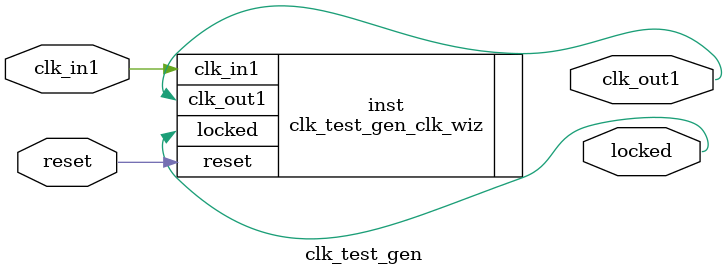
<source format=v>


`timescale 1ps/1ps

(* CORE_GENERATION_INFO = "clk_test_gen,clk_wiz_v6_0_2_0_0,{component_name=clk_test_gen,use_phase_alignment=true,use_min_o_jitter=false,use_max_i_jitter=false,use_dyn_phase_shift=false,use_inclk_switchover=false,use_dyn_reconfig=false,enable_axi=0,feedback_source=FDBK_AUTO,PRIMITIVE=PLL,num_out_clk=1,clkin1_period=20.000,clkin2_period=10.0,use_power_down=false,use_reset=true,use_locked=true,use_inclk_stopped=false,feedback_type=SINGLE,CLOCK_MGR_TYPE=NA,manual_override=false}" *)

module clk_test_gen 
 (
  // Clock out ports
  output        clk_out1,
  // Status and control signals
  input         reset,
  output        locked,
 // Clock in ports
  input         clk_in1
 );

  clk_test_gen_clk_wiz inst
  (
  // Clock out ports  
  .clk_out1(clk_out1),
  // Status and control signals               
  .reset(reset), 
  .locked(locked),
 // Clock in ports
  .clk_in1(clk_in1)
  );

endmodule

</source>
